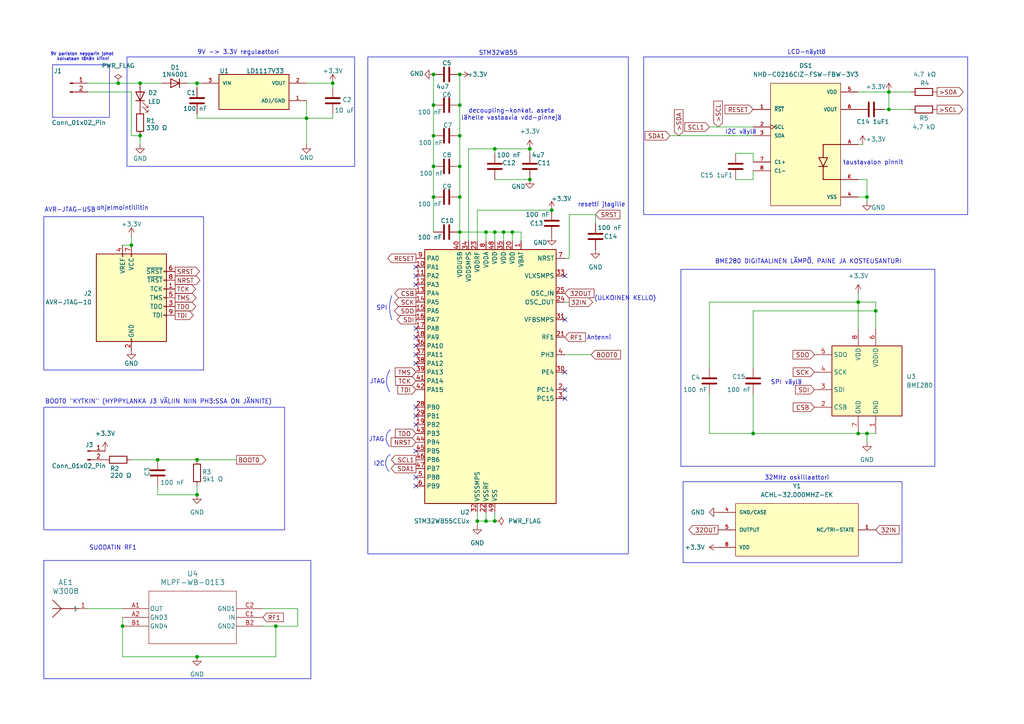
<source format=kicad_sch>
(kicad_sch (version 20231120) (generator "eeschema") (generator_version "8.0")
  (paper "A4")
  (title_block (title "STM32WB55 KEVÄT24 PROJEKTI") (rev "0.1"))
  (lib_symbols
    (symbol "2024-03-28_13-08-45:W3008" (pin_names (offset 0.254))
      (property "Reference" "AE" (at 2.2606 6.985 0))
      (property "Value" "W3008" (at 2.2606 3.175 0))
      (symbol "W3008_0_1"
        (polyline (pts (xy -2.54 10.16) (xy 0 7.62)) (stroke (width 0.2032)))
        (polyline (pts (xy 0 7.62) (xy 0 2.54)) (stroke (width 0.2032)))
        (polyline (pts (xy 0 7.62) (xy 2.54 10.16)) (stroke (width 0.2032)))
        (polyline (pts (xy 0 10.16) (xy 0 7.62)) (stroke (width 0.2032)))
        (pin unspecified line (at 0 0 90) (length 2.54) (name "1") (number "1"))
      )
    )
    (symbol "ACHL-32.000MHZ-EK:ACHL-32.000MHZ-EK" (pin_names (offset 1.016))
      (property "Reference" "Y" (at -17.78 10.16 0))
      (property "Value" "ACHL-32.000MHZ-EK" (at -17.78 -10.16 0))
      (symbol "ACHL-32.000MHZ-EK_0_0"
        (rectangle (start -17.78 -7.62) (end 17.78 7.62) (stroke (width 0.1524)) (fill (type background)))
        (pin passive line (at -22.86 0 0) (length 5.08) (name "NC/TRI-STATE") (number "1"))
        (pin passive line (at 22.86 -5.08 180) (length 5.08) (name "GND/CASE") (number "4"))
        (pin output line (at 22.86 0 180) (length 5.08) (name "OUTPUT") (number "5"))
        (pin power_in line (at 22.86 5.08 180) (length 5.08) (name "VDD") (number "8"))
      )
    )
    (symbol "Connector:AVR-JTAG-10" (pin_names (offset 1.016))
      (property "Reference" "J" (at -8.89 13.97 0))
      (property "Value" "AVR-JTAG-10" (at 1.27 13.97 0))
      (symbol "AVR-JTAG-10_0_1"
        (rectangle (start -2.667 12.7) (end -2.413 11.938))
        (rectangle (start -0.127 -11.938) (end 0.127 -12.7))
        (rectangle (start -0.127 12.7) (end 0.127 11.938))
        (rectangle (start 10.16 -4.953) (end 9.398 -5.207))
        (rectangle (start 10.16 -2.413) (end 9.398 -2.667))
        (rectangle (start 10.16 0.127) (end 9.398 -0.127))
        (rectangle (start 10.16 2.667) (end 9.398 2.413))
        (rectangle (start 10.16 5.207) (end 9.398 4.953))
        (rectangle (start 10.16 7.747) (end 9.398 7.493))
        (rectangle (start 10.16 12.7) (end -10.16 -12.7) (stroke (width 0.254)) (fill (type background)))
      )
      (symbol "AVR-JTAG-10_1_1"
        (pin passive line (at 12.7 2.54 180) (length 2.54) (name "TCK") (number "1"))
        (pin passive line (at 0 -15.24 90) (length 2.54) hide (name "GND") (number "10"))
        (pin passive line (at 0 -15.24 90) (length 2.54) (name "GND") (number "2"))
        (pin passive line (at 12.7 -2.54 180) (length 2.54) (name "TDO") (number "3"))
        (pin passive line (at -2.54 15.24 270) (length 2.54) (name "VREF") (number "4"))
        (pin passive line (at 12.7 0 180) (length 2.54) (name "TMS") (number "5"))
        (pin passive line (at 12.7 7.62 180) (length 2.54) (name "~{SRST}") (number "6"))
        (pin passive line (at 0 15.24 270) (length 2.54) (name "VCC") (number "7"))
        (pin passive line (at 12.7 5.08 180) (length 2.54) (name "~{TRST}") (number "8"))
        (pin passive line (at 12.7 -5.08 180) (length 2.54) (name "TDI") (number "9"))
      )
    )
    (symbol "Connector:Conn_01x02_Pin" (pin_names (offset 1.016) hide)
      (property "Reference" "J" (at 0 2.54 0))
      (property "Value" "Conn_01x02_Pin" (at 0 -5.08 0))
      (symbol "Conn_01x02_Pin_1_1"
        (polyline (pts (xy 1.27 -2.54) (xy 0.8636 -2.54)) (stroke (width 0.1524)))
        (polyline (pts (xy 1.27 0) (xy 0.8636 0)) (stroke (width 0.1524)))
        (rectangle (start 0.8636 -2.413) (end 0 -2.667) (stroke (width 0.1524)) (fill (type outline)))
        (rectangle (start 0.8636 0.127) (end 0 -0.127) (stroke (width 0.1524)) (fill (type outline)))
        (pin passive line (at 5.08 0 180) (length 3.81) (name "Pin_1") (number "1"))
        (pin passive line (at 5.08 -2.54 180) (length 3.81) (name "Pin_2") (number "2"))
      )
    )
    (symbol "Device:C" (pin_numbers hide) (pin_names (offset 0.254))
      (property "Reference" "C" (at 0.635 2.54 0))
      (property "Value" "C" (at 0.635 -2.54 0))
      (symbol "C_0_1"
        (polyline (pts (xy -2.032 -0.762) (xy 2.032 -0.762)) (stroke (width 0.508)))
        (polyline (pts (xy -2.032 0.762) (xy 2.032 0.762)) (stroke (width 0.508)))
      )
      (symbol "C_1_1"
        (pin passive line (at 0 3.81 270) (length 2.794) (name "~") (number "1"))
        (pin passive line (at 0 -3.81 90) (length 2.794) (name "~") (number "2"))
      )
    )
    (symbol "Device:LED" (pin_numbers hide) (pin_names (offset 1.016) hide)
      (property "Reference" "D" (at 0 2.54 0))
      (property "Value" "LED" (at 0 -2.54 0))
      (symbol "LED_0_1"
        (polyline (pts (xy -1.27 -1.27) (xy -1.27 1.27)) (stroke (width 0.254)))
        (polyline (pts (xy -1.27 0) (xy 1.27 0)))
        (polyline (pts (xy 1.27 -1.27) (xy 1.27 1.27) (xy -1.27 0) (xy 1.27 -1.27)) (stroke (width 0.254)))
        (polyline (pts (xy -3.048 -0.762) (xy -4.572 -2.286) (xy -3.81 -2.286) (xy -4.572 -2.286) (xy -4.572 -1.524)))
        (polyline (pts (xy -1.778 -0.762) (xy -3.302 -2.286) (xy -2.54 -2.286) (xy -3.302 -2.286) (xy -3.302 -1.524)))
      )
      (symbol "LED_1_1"
        (pin passive line (at -3.81 0 0) (length 2.54) (name "K") (number "1"))
        (pin passive line (at 3.81 0 180) (length 2.54) (name "A") (number "2"))
      )
    )
    (symbol "Device:R" (pin_numbers hide) (pin_names (offset 0))
      (property "Reference" "R" (at 2.032 0 90))
      (property "Value" "R" (at 0 0 90))
      (symbol "R_0_1"
        (rectangle (start -1.016 -2.54) (end 1.016 2.54) (stroke (width 0.254)))
      )
      (symbol "R_1_1"
        (pin passive line (at 0 3.81 270) (length 1.27) (name "~") (number "1"))
        (pin passive line (at 0 -3.81 90) (length 1.27) (name "~") (number "2"))
      )
    )
    (symbol "Diode:1N4001" (pin_numbers hide) (pin_names hide)
      (property "Reference" "D" (at 0 2.54 0))
      (property "Value" "1N4001" (at 0 -2.54 0))
      (symbol "1N4001_0_1"
        (polyline (pts (xy -1.27 1.27) (xy -1.27 -1.27)) (stroke (width 0.254)))
        (polyline (pts (xy 1.27 0) (xy -1.27 0)))
        (polyline (pts (xy 1.27 1.27) (xy 1.27 -1.27) (xy -1.27 0) (xy 1.27 1.27)) (stroke (width 0.254)))
      )
      (symbol "1N4001_1_1"
        (pin passive line (at -3.81 0 0) (length 2.54) (name "K") (number "1"))
        (pin passive line (at 3.81 0 180) (length 2.54) (name "A") (number "2"))
      )
    )
    (symbol "LD1117V33:LD1117V33" (pin_names (offset 1.016))
      (property "Reference" "U1" (at -8.636 6.096 0))
      (property "Value" "LD1117V33" (at 3.302 6.096 0))
      (symbol "LD1117V33_0_0"
        (rectangle (start -10.16 -5.08) (end 10.16 5.08) (stroke (width 0.254)) (fill (type background)))
        (pin passive line (at 15.24 -2.54 180) (length 5.08) (name "ADJ/GND") (number "1"))
        (pin input line (at -15.24 2.54 0) (length 5.08) (name "VIN") (number "3"))
      )
      (symbol "LD1117V33_1_0"
        (pin output line (at 15.24 2.54 180) (length 5.08) (name "VOUT") (number "2"))
      )
    )
    (symbol "MCU_ST_STM32WB:STM32WB55CEUx"
      (property "Reference" "U" (at -17.78 39.37 0))
      (property "Value" "STM32WB55CEUx" (at 12.7 39.37 0))
      (symbol "STM32WB55CEUx_0_1"
        (rectangle (start -17.78 -35.56) (end 20.32 38.1) (stroke (width 0.254)) (fill (type background)))
      )
      (symbol "STM32WB55CEUx_1_1"
        (pin power_in line (at -7.62 40.64 270) (length 2.54) (name "VBAT") (number "1"))
        (pin bidirectional line (at 22.86 33.02 180) (length 2.54) (name "PA1") (number "10"))
        (pin bidirectional line (at 22.86 30.48 180) (length 2.54) (name "PA2") (number "11"))
        (pin bidirectional line (at 22.86 27.94 180) (length 2.54) (name "PA3") (number "12"))
        (pin bidirectional line (at 22.86 25.4 180) (length 2.54) (name "PA4") (number "13"))
        (pin bidirectional line (at 22.86 22.86 180) (length 2.54) (name "PA5") (number "14"))
        (pin bidirectional line (at 22.86 20.32 180) (length 2.54) (name "PA6") (number "15"))
        (pin bidirectional line (at 22.86 17.78 180) (length 2.54) (name "PA7") (number "16"))
        (pin bidirectional line (at 22.86 15.24 180) (length 2.54) (name "PA8") (number "17"))
        (pin bidirectional line (at 22.86 12.7 180) (length 2.54) (name "PA9") (number "18"))
        (pin bidirectional line (at 22.86 -12.7 180) (length 2.54) (name "PB2") (number "19"))
        (pin bidirectional line (at -20.32 -2.54 0) (length 2.54) (name "PC14") (number "2"))
        (pin power_in line (at -5.08 40.64 270) (length 2.54) (name "VDD") (number "20"))
        (pin bidirectional line (at -20.32 12.7 0) (length 2.54) (name "RF1") (number "21"))
        (pin power_in line (at 2.54 -38.1 90) (length 2.54) (name "VSSRF") (number "22"))
        (pin power_in line (at 5.08 40.64 270) (length 2.54) (name "VDDRF") (number "23"))
        (pin input line (at -20.32 22.86 0) (length 2.54) (name "OSC_OUT") (number "24"))
        (pin input line (at -20.32 25.4 0) (length 2.54) (name "OSC_IN") (number "25"))
        (pin no_connect line (at -17.78 -35.56 0) (length 2.54) hide (name "AT0") (number "26"))
        (pin no_connect line (at -17.78 -33.02 0) (length 2.54) hide (name "AT1") (number "27"))
        (pin bidirectional line (at 22.86 -7.62 180) (length 2.54) (name "PB0") (number "28"))
        (pin bidirectional line (at 22.86 -10.16 180) (length 2.54) (name "PB1") (number "29"))
        (pin bidirectional line (at -20.32 -5.08 0) (length 2.54) (name "PC15") (number "3"))
        (pin bidirectional line (at -20.32 2.54 0) (length 2.54) (name "PE4") (number "30"))
        (pin input line (at -20.32 17.78 0) (length 2.54) (name "VFBSMPS") (number "31"))
        (pin power_in line (at 5.08 -38.1 90) (length 2.54) (name "VSSSMPS") (number "32"))
        (pin power_in line (at -20.32 30.48 0) (length 2.54) (name "VLXSMPS") (number "33"))
        (pin power_in line (at 7.62 40.64 270) (length 2.54) (name "VDDSMPS") (number "34"))
        (pin power_in line (at -2.54 40.64 270) (length 2.54) (name "VDD") (number "35"))
        (pin bidirectional line (at 22.86 10.16 180) (length 2.54) (name "PA10") (number "36"))
        (pin bidirectional line (at 22.86 7.62 180) (length 2.54) (name "PA11") (number "37"))
        (pin bidirectional line (at 22.86 5.08 180) (length 2.54) (name "PA12") (number "38"))
        (pin bidirectional line (at 22.86 2.54 180) (length 2.54) (name "PA13") (number "39"))
        (pin bidirectional line (at -20.32 7.62 0) (length 2.54) (name "PH3") (number "4"))
        (pin power_in line (at 10.16 40.64 270) (length 2.54) (name "VDDUSB") (number "40"))
        (pin bidirectional line (at 22.86 0 180) (length 2.54) (name "PA14") (number "41"))
        (pin bidirectional line (at 22.86 -2.54 180) (length 2.54) (name "PA15") (number "42"))
        (pin bidirectional line (at 22.86 -15.24 180) (length 2.54) (name "PB3") (number "43"))
        (pin bidirectional line (at 22.86 -17.78 180) (length 2.54) (name "PB4") (number "44"))
        (pin bidirectional line (at 22.86 -20.32 180) (length 2.54) (name "PB5") (number "45"))
        (pin bidirectional line (at 22.86 -22.86 180) (length 2.54) (name "PB6") (number "46"))
        (pin bidirectional line (at 22.86 -25.4 180) (length 2.54) (name "PB7") (number "47"))
        (pin power_in line (at 0 40.64 270) (length 2.54) (name "VDD") (number "48"))
        (pin power_in line (at 0 -38.1 90) (length 2.54) (name "VSS") (number "49"))
        (pin bidirectional line (at 22.86 -27.94 180) (length 2.54) (name "PB8") (number "5"))
        (pin bidirectional line (at 22.86 -30.48 180) (length 2.54) (name "PB9") (number "6"))
        (pin input line (at -20.32 35.56 0) (length 2.54) (name "NRST") (number "7"))
        (pin power_in line (at 2.54 40.64 270) (length 2.54) (name "VDDA") (number "8"))
        (pin bidirectional line (at 22.86 35.56 180) (length 2.54) (name "PA0") (number "9"))
      )
    )
    (symbol "MLF:MLPF-WB-01E3" (pin_names (offset 0.254))
      (property "Reference" "U4" (at 20.32 10.16 0))
      (property "Value" "MLPF-WB-01E3" (at 20.32 7.62 0))
      (symbol "MLPF-WB-01E3_0_1"
        (polyline (pts (xy 7.62 -10.16) (xy 33.02 -10.16)) (stroke (width 0.127)))
        (polyline (pts (xy 7.62 5.08) (xy 7.62 -10.16)) (stroke (width 0.127)))
        (polyline (pts (xy 33.02 -10.16) (xy 33.02 5.08)) (stroke (width 0.127)))
        (polyline (pts (xy 33.02 5.08) (xy 7.62 5.08)) (stroke (width 0.127)))
        (pin output line (at 0 0 0) (length 7.62) (name "OUT") (number "A1"))
        (pin power_out line (at 0 -2.54 0) (length 7.62) (name "GND3") (number "A2"))
        (pin power_out line (at 0 -5.08 0) (length 7.62) (name "GND4") (number "B1"))
        (pin power_out line (at 40.64 -5.08 180) (length 7.62) (name "GND2") (number "B2"))
        (pin input line (at 40.64 -2.54 180) (length 7.62) (name "IN") (number "C1"))
        (pin power_out line (at 40.64 0 180) (length 7.62) (name "GND1") (number "C2"))
      )
    )
    (symbol "NHD-C0216CIZ-FSW-FBW-3V3:NHD-C0216CIZ-FSW-FBW-3V3" (pin_names (offset 1.016))
      (property "Reference" "DS" (at -10.16 18.542 0))
      (property "Value" "NHD-C0216CIZ-FSW-FBW-3V3" (at -10.16 -20.32 0))
      (symbol "NHD-C0216CIZ-FSW-FBW-3V3_0_0"
        (rectangle (start -10.16 -17.78) (end 10.16 17.78) (stroke (width 0.1524)) (fill (type background)))
        (polyline (pts (xy 3.81 -6.35) (xy 5.08 -6.35)) (stroke (width 0.254)))
        (polyline (pts (xy 3.81 -3.81) (xy 5.08 -3.81)) (stroke (width 0.254)))
        (polyline (pts (xy 5.08 -10.16) (xy 10.16 -10.16)) (stroke (width 0.254)))
        (polyline (pts (xy 5.08 -6.35) (xy 3.81 -3.81)) (stroke (width 0.254)))
        (polyline (pts (xy 5.08 -6.35) (xy 5.08 -10.16)) (stroke (width 0.254)))
        (polyline (pts (xy 5.08 -6.35) (xy 6.35 -6.35)) (stroke (width 0.254)))
        (polyline (pts (xy 5.08 -3.81) (xy 6.35 -3.81)) (stroke (width 0.254)))
        (polyline (pts (xy 5.08 0) (xy 5.08 -3.81)) (stroke (width 0.254)))
        (polyline (pts (xy 6.35 -3.81) (xy 5.08 -6.35)) (stroke (width 0.254)))
        (polyline (pts (xy 10.16 0) (xy 5.08 0)) (stroke (width 0.254)))
        (pin input line (at -15.24 10.16 0) (length 5.08) (name "~{RST}") (number "1"))
        (pin input clock (at -15.24 5.08 0) (length 5.08) (name "SCL") (number "2"))
        (pin bidirectional line (at -15.24 2.54 0) (length 5.08) (name "SDA") (number "3"))
        (pin power_in line (at 15.24 -15.24 180) (length 5.08) (name "VSS") (number "4"))
        (pin power_in line (at 15.24 15.24 180) (length 5.08) (name "VDD") (number "5"))
        (pin output line (at 15.24 10.16 180) (length 5.08) (name "VOUT") (number "6"))
        (pin passive line (at -15.24 -5.08 0) (length 5.08) (name "C1+") (number "7"))
        (pin passive line (at -15.24 -7.62 0) (length 5.08) (name "C1-") (number "8"))
        (pin passive line (at 15.24 0 180) (length 5.08) (name "~") (number "A"))
        (pin passive line (at 15.24 -10.16 180) (length 5.08) (name "~") (number "K"))
      )
    )
    (symbol "Sensor:BME280"
      (property "Reference" "U" (at -8.89 11.43 0))
      (property "Value" "BME280" (at 7.62 11.43 0))
      (symbol "BME280_0_1"
        (rectangle (start -10.16 10.16) (end 10.16 -10.16) (stroke (width 0.254)) (fill (type background)))
      )
      (symbol "BME280_1_1"
        (pin power_in line (at -2.54 -15.24 90) (length 5.08) (name "GND") (number "1"))
        (pin input line (at 15.24 -7.62 180) (length 5.08) (name "CSB") (number "2"))
        (pin bidirectional line (at 15.24 -2.54 180) (length 5.08) (name "SDI") (number "3"))
        (pin input line (at 15.24 2.54 180) (length 5.08) (name "SCK") (number "4"))
        (pin bidirectional line (at 15.24 7.62 180) (length 5.08) (name "SDO") (number "5"))
        (pin power_in line (at -2.54 15.24 270) (length 5.08) (name "VDDIO") (number "6"))
        (pin power_in line (at 2.54 -15.24 90) (length 5.08) (name "GND") (number "7"))
        (pin power_in line (at 2.54 15.24 270) (length 5.08) (name "VDD") (number "8"))
      )
    )
    (symbol "power:+3.3V" (power) (pin_numbers hide) (pin_names (offset 0) hide)
      (property "Value" "+3.3V" (at 0 3.556 0))
      (symbol "+3.3V_0_1"
        (polyline (pts (xy -0.762 1.27) (xy 0 2.54)))
        (polyline (pts (xy 0 0) (xy 0 2.54)))
        (polyline (pts (xy 0 2.54) (xy 0.762 1.27)))
      )
      (symbol "+3.3V_1_1"
        (pin power_in line (at 0 0 90) (length 0) (name "~") (number "1"))
      )
    )
    (symbol "power:GND" (power) (pin_numbers hide) (pin_names (offset 0) hide)
      (property "Value" "GND" (at 0 -3.81 0))
      (symbol "GND_0_1"
        (polyline (pts (xy 0 0) (xy 0 -1.27) (xy 1.27 -1.27) (xy 0 -2.54) (xy -1.27 -1.27) (xy 0 -1.27)))
      )
      (symbol "GND_1_1"
        (pin power_in line (at 0 0 270) (length 0) (name "~") (number "1"))
      )
    )
    (symbol "power:PWR_FLAG" (power) (pin_numbers hide) (pin_names (offset 0) hide)
      (property "Value" "PWR_FLAG" (at 0 3.81 0))
      (symbol "PWR_FLAG_0_0"
        (pin power_out line (at 0 0 90) (length 0) (name "~") (number "1"))
      )
      (symbol "PWR_FLAG_0_1"
        (polyline (pts (xy 0 0) (xy 0 1.27) (xy -1.016 1.905) (xy 0 2.54) (xy 1.016 1.905) (xy 0 1.27)))
      )
    )
  )
  (junction (at 254 90.17))
  (junction (at 148.59 67.31))
  (junction (at 45.72 133.35))
  (junction (at 257.81 26.67))
  (junction (at 257.81 31.75))
  (junction (at 125.73 48.26))
  (junction (at 133.35 67.31))
  (junction (at 125.73 39.37))
  (junction (at 140.97 67.31))
  (junction (at 57.15 24.13))
  (junction (at 40.64 39.37))
  (junction (at 248.92 125.73))
  (junction (at 125.73 21.59))
  (junction (at 125.73 30.48))
  (junction (at 251.46 125.73))
  (junction (at 153.67 52.07))
  (junction (at 143.51 151.13))
  (junction (at 248.92 87.63))
  (junction (at 160.02 60.96))
  (junction (at 140.97 151.13))
  (junction (at 57.15 190.5))
  (junction (at 251.46 57.15))
  (junction (at 133.35 48.26))
  (junction (at 143.51 67.31))
  (junction (at 146.05 67.31))
  (junction (at 40.64 24.13))
  (junction (at 38.1 71.12))
  (junction (at 57.15 133.35))
  (junction (at 143.51 43.18))
  (junction (at 96.52 24.13))
  (junction (at 218.44 125.73))
  (junction (at 133.35 21.59))
  (junction (at 125.73 57.15))
  (junction (at 34.29 24.13))
  (junction (at 138.43 151.13))
  (junction (at 35.56 181.61))
  (junction (at 88.9 34.29))
  (junction (at 133.35 30.48))
  (junction (at 153.67 43.18))
  (junction (at 133.35 39.37))
  (junction (at 133.35 57.15))
  (junction (at 80.01 181.61))
  (junction (at 57.15 143.51))
  (no_connect (at 120.65 105.41))
  (no_connect (at 120.65 77.47))
  (no_connect (at 120.65 118.11))
  (no_connect (at 163.83 107.95))
  (no_connect (at 120.65 97.79))
  (no_connect (at 120.65 82.55))
  (no_connect (at 120.65 100.33))
  (no_connect (at 120.65 138.43))
  (no_connect (at 163.83 113.03))
  (no_connect (at 120.65 95.25))
  (no_connect (at 120.65 120.65))
  (no_connect (at 163.83 115.57))
  (no_connect (at 120.65 80.01))
  (no_connect (at 163.83 80.01))
  (no_connect (at 120.65 140.97))
  (no_connect (at 120.65 102.87))
  (no_connect (at 163.83 92.71))
  (no_connect (at 120.65 130.81))
  (no_connect (at 120.65 123.19))
  (wire (pts (xy 257.81 31.75) (xy 264.16 31.75)))
  (wire (pts (xy 251.46 52.07) (xy 248.92 52.07)))
  (wire (pts (xy 218.44 52.07) (xy 213.36 52.07)))
  (wire (pts (xy 57.15 24.13) (xy 57.15 25.4)))
  (wire (pts (xy 57.15 133.35) (xy 68.58 133.35)))
  (wire (pts (xy 45.72 133.35) (xy 57.15 133.35)))
  (wire (pts (xy 135.89 43.18) (xy 143.51 43.18)))
  (wire (pts (xy 205.74 87.63) (xy 205.74 106.68)))
  (wire (pts (xy 54.61 24.13) (xy 57.15 24.13)))
  (wire (pts (xy 254 90.17) (xy 218.44 90.17)))
  (wire (pts (xy 25.4 26.67) (xy 38.1 26.67)))
  (wire (pts (xy 138.43 148.59) (xy 138.43 151.13)))
  (wire (pts (xy 248.92 26.67) (xy 257.81 26.67)))
  (wire (pts (xy 143.51 43.18) (xy 143.51 44.45)))
  (wire (pts (xy 194.31 39.37) (xy 218.44 39.37)))
  (wire (pts (xy 143.51 67.31) (xy 146.05 67.31)))
  (wire (pts (xy 88.9 34.29) (xy 88.9 29.21)))
  (wire (pts (xy 125.73 39.37) (xy 125.73 48.26)))
  (wire (pts (xy 45.72 143.51) (xy 45.72 140.97)))
  (wire (pts (xy 248.92 57.15) (xy 251.46 57.15)))
  (wire (pts (xy 57.15 33.02) (xy 57.15 34.29)))
  (wire (pts (xy 205.74 87.63) (xy 248.92 87.63)))
  (wire (pts (xy 148.59 67.31) (xy 151.13 67.31)))
  (wire (pts (xy 218.44 125.73) (xy 205.74 125.73)))
  (wire (pts (xy 148.59 67.31) (xy 148.59 69.85)))
  (wire (pts (xy 25.4 176.53) (xy 35.56 176.53)))
  (wire (pts (xy 86.36 176.53) (xy 86.36 181.61)))
  (wire (pts (xy 40.64 39.37) (xy 40.64 41.91)))
  (wire (pts (xy 133.35 39.37) (xy 133.35 48.26)))
  (wire (pts (xy 125.73 57.15) (xy 125.73 67.31)))
  (wire (pts (xy 86.36 181.61) (xy 80.01 181.61)))
  (wire (pts (xy 138.43 151.13) (xy 140.97 151.13)))
  (wire (pts (xy 251.46 125.73) (xy 254 125.73)))
  (wire (pts (xy 57.15 24.13) (xy 58.42 24.13)))
  (wire (pts (xy 35.56 179.07) (xy 35.56 181.61)))
  (wire (pts (xy 76.2 176.53) (xy 86.36 176.53)))
  (wire (pts (xy 257.81 31.75) (xy 256.54 31.75)))
  (wire (pts (xy 248.92 87.63) (xy 248.92 95.25)))
  (wire (pts (xy 172.72 62.23) (xy 172.72 64.77)))
  (wire (pts (xy 96.52 33.02) (xy 96.52 34.29)))
  (wire (pts (xy 38.1 133.35) (xy 45.72 133.35)))
  (wire (pts (xy 80.01 181.61) (xy 76.2 181.61)))
  (wire (pts (xy 257.81 26.67) (xy 264.16 26.67)))
  (wire (pts (xy 96.52 25.4) (xy 96.52 24.13)))
  (wire (pts (xy 151.13 67.31) (xy 151.13 69.85)))
  (wire (pts (xy 153.67 52.07) (xy 143.51 52.07)))
  (wire (pts (xy 133.35 30.48) (xy 133.35 39.37)))
  (wire (pts (xy 125.73 48.26) (xy 125.73 57.15)))
  (wire (pts (xy 125.73 21.59) (xy 125.73 30.48)))
  (wire (pts (xy 140.97 148.59) (xy 140.97 151.13)))
  (wire (pts (xy 133.35 21.59) (xy 133.35 30.48)))
  (wire (pts (xy 218.44 44.45) (xy 218.44 46.99)))
  (wire (pts (xy 57.15 143.51) (xy 45.72 143.51)))
  (wire (pts (xy 135.89 43.18) (xy 135.89 69.85)))
  (wire (pts (xy 248.92 41.91) (xy 250.19 41.91)))
  (wire (pts (xy 248.92 125.73) (xy 251.46 125.73)))
  (wire (pts (xy 143.51 67.31) (xy 143.51 69.85)))
  (wire (pts (xy 133.35 48.26) (xy 133.35 57.15)))
  (wire (pts (xy 138.43 60.96) (xy 160.02 60.96)))
  (wire (pts (xy 133.35 67.31) (xy 140.97 67.31)))
  (wire (pts (xy 88.9 24.13) (xy 96.52 24.13)))
  (wire (pts (xy 80.01 190.5) (xy 80.01 181.61)))
  (wire (pts (xy 205.74 125.73) (xy 205.74 114.3)))
  (wire (pts (xy 248.92 125.73) (xy 218.44 125.73)))
  (wire (pts (xy 165.1 87.63) (xy 163.83 87.63)))
  (wire (pts (xy 251.46 57.15) (xy 251.46 58.42)))
  (wire (pts (xy 35.56 190.5) (xy 57.15 190.5)))
  (wire (pts (xy 35.56 71.12) (xy 38.1 71.12)))
  (wire (pts (xy 213.36 44.45) (xy 218.44 44.45)))
  (wire (pts (xy 165.1 62.23) (xy 172.72 62.23)))
  (wire (pts (xy 38.1 68.58) (xy 38.1 71.12)))
  (wire (pts (xy 218.44 114.3) (xy 218.44 125.73)))
  (wire (pts (xy 140.97 67.31) (xy 140.97 69.85)))
  (wire (pts (xy 57.15 190.5) (xy 80.01 190.5)))
  (wire (pts (xy 254 87.63) (xy 254 90.17)))
  (wire (pts (xy 88.9 34.29) (xy 88.9 41.91)))
  (wire (pts (xy 35.56 181.61) (xy 35.56 190.5)))
  (wire (pts (xy 146.05 67.31) (xy 148.59 67.31)))
  (wire (pts (xy 38.1 39.37) (xy 40.64 39.37)))
  (wire (pts (xy 140.97 67.31) (xy 143.51 67.31)))
  (wire (pts (xy 133.35 67.31) (xy 133.35 69.85)))
  (wire (pts (xy 153.67 44.45) (xy 153.67 43.18)))
  (wire (pts (xy 218.44 49.53) (xy 218.44 52.07)))
  (wire (pts (xy 40.64 24.13) (xy 46.99 24.13)))
  (wire (pts (xy 138.43 60.96) (xy 138.43 69.85)))
  (wire (pts (xy 96.52 34.29) (xy 88.9 34.29)))
  (wire (pts (xy 248.92 87.63) (xy 254 87.63)))
  (wire (pts (xy 153.67 43.18) (xy 143.51 43.18)))
  (wire (pts (xy 138.43 151.13) (xy 138.43 152.4)))
  (wire (pts (xy 57.15 140.97) (xy 57.15 143.51)))
  (wire (pts (xy 165.1 74.93) (xy 165.1 62.23)))
  (wire (pts (xy 146.05 67.31) (xy 146.05 69.85)))
  (wire (pts (xy 254 90.17) (xy 254 95.25)))
  (wire (pts (xy 257.81 26.67) (xy 257.81 31.75)))
  (wire (pts (xy 133.35 57.15) (xy 133.35 67.31)))
  (wire (pts (xy 163.83 102.87) (xy 171.45 102.87)))
  (wire (pts (xy 38.1 26.67) (xy 38.1 39.37)))
  (wire (pts (xy 163.83 74.93) (xy 165.1 74.93)))
  (wire (pts (xy 248.92 85.09) (xy 248.92 87.63)))
  (wire (pts (xy 140.97 151.13) (xy 143.51 151.13)))
  (wire (pts (xy 125.73 30.48) (xy 125.73 39.37)))
  (wire (pts (xy 57.15 34.29) (xy 88.9 34.29)))
  (wire (pts (xy 25.4 24.13) (xy 34.29 24.13)))
  (wire (pts (xy 143.51 148.59) (xy 143.51 151.13)))
  (wire (pts (xy 251.46 125.73) (xy 251.46 128.27)))
  (wire (pts (xy 218.44 90.17) (xy 218.44 106.68)))
  (wire (pts (xy 205.74 36.83) (xy 218.44 36.83)))
  (wire (pts (xy 251.46 57.15) (xy 251.46 52.07)))
  (wire (pts (xy 34.29 24.13) (xy 40.64 24.13)))
  (rectangle (start 12.7 118.11) (end 82.55 153.67))
  (arc (start 112.882 136.736) (mid 111.8463 134.1999) (end 113.136 131.783))
  (arc (start 113.03 113.665) (mid 112.1087 110.49) (end 113.03 107.315))
  (rectangle (start 186.69 16.51) (end 280.67 62.23))
  (rectangle (start 12.7 162.56) (end 90.17 196.85))
  (arc (start 113.03 129.54) (mid 111.9941 127.0043) (end 113.284 124.587))
  (arc (start 113.665 92.71) (mid 113.016 89.2175) (end 113.665 85.725))
  (rectangle (start 12.7 62.865) (end 59.055 107.315))
  (rectangle (start 198.12 139.7) (end 261.62 163.195))
  (rectangle (start 15.24 18.796) (end 31.75 34.036))
  (rectangle (start 106.68 16.51) (end 182.245 160.655))
  (rectangle (start 36.83 16.51) (end 102.87 48.26))
  (rectangle (start 197.485 78.105) (end 271.145 135.255))
  (text "BME280 DIGITAALINEN LÄMPÖ, PAINE JA KOSTEUSANTURI\n" (at 234.442 75.946 0) (effects (font (size 1.27 1.27))))
  (text "STM32WB55\n" (at 144.526 15.494 0) (effects (font (size 1.27 1.27))))
  (text "Antenni" (at 173.736 98.044 0) (effects (font (size 1.27 1.27))))
  (text "resetti jtagille" (at 174.498 59.436 0) (effects (font (size 1.27 1.27))))
  (text "I2C väylä" (at 214.884 38.354 0) (effects (font (size 1.27 1.27))))
  (text "decoupling-konkat. aseta\nlähelle vastaavia vdd-pinnejä\n" (at 148.336 33.274 0) (effects (font (size 1.27 1.27))))
  (text "9V pariston nepparin johot \nkolvataan tähän kiinni" (at 24.13 16.51 0) (effects (font (size 0.889 0.889))))
  (text "BOOT0 \"KYTKIN\" (HYPPYLANKA J3 VÄLIIN NIIN PH3:SSA ON JÄNNITE)" (at 45.974 116.586 0) (effects (font (size 1.27 1.27))))
  (text "9V -> 3.3V regulaattori" (at 69.088 15.24 0) (effects (font (size 1.27 1.27))))
  (text "JTAG\n" (at 109.474 110.744 0) (effects (font (size 1.27 1.27))))
  (text "32MHz oskillaattori" (at 231.14 138.684 0) (effects (font (size 1.27 1.27))))
  (text "AVR-JTAG-USB" (at 20.32 60.96 0) (effects (font (size 1.27 1.27))))
  (text "JTAG\n" (at 109.22 127.508 0) (effects (font (size 1.27 1.27))))
  (text "I2C" (at 109.982 134.62 0) (effects (font (size 1.27 1.27))))
  (text "SUODATIN RF1\n\n" (at 32.766 160.02 0) (effects (font (size 1.27 1.27))))
  (text "(ULKOINEN KELLO)\n" (at 181.356 86.614 0) (effects (font (size 1.27 1.27))))
  (text "LCD-näyttö\n" (at 233.934 15.24 0) (effects (font (size 1.27 1.27))))
  (text "taustavalon pinnit" (at 253.238 47.244 0) (effects (font (size 1.27 1.27))))
  (text "ohjelmointiliitin" (at 35.56 60.452 0) (effects (font (size 1.27 1.27))))
  (text "SPI väylä\n" (at 228.092 110.998 0) (effects (font (size 1.27 1.27))))
  (text "SPI\n" (at 110.744 89.408 0) (effects (font (size 1.27 1.27))))
  (global_label "SCL1" (shape input) (at 205.74 36.83 180) (property "Intersheetrefs" "${INTERSHEET_REFS}" (effects (hide yes))))
  (global_label "RF1" (shape input) (at 76.2 179.07 0) (property "Intersheetrefs" "${INTERSHEET_REFS}" (effects (hide yes))))
  (global_label "SDI" (shape output) (at 120.65 92.71 180) (property "Intersheetrefs" "${INTERSHEET_REFS}" (effects (hide yes))))
  (global_label "RESET" (shape input) (at 218.44 31.75 180) (property "Intersheetrefs" "${INTERSHEET_REFS}" (effects (hide yes))))
  (global_label "SCK" (shape input) (at 236.22 107.95 180) (property "Intersheetrefs" "${INTERSHEET_REFS}" (effects (hide yes))))
  (global_label "SDA1" (shape output) (at 120.65 135.89 180) (property "Intersheetrefs" "${INTERSHEET_REFS}" (effects (hide yes))))
  (global_label "TCK" (shape input) (at 120.65 110.49 180) (property "Intersheetrefs" "${INTERSHEET_REFS}" (effects (hide yes))))
  (global_label "32OUT" (shape input) (at 163.83 85.09 0) (property "Intersheetrefs" "${INTERSHEET_REFS}" (effects (hide yes))))
  (global_label "TDO" (shape output) (at 50.8 88.9 0) (property "Intersheetrefs" "${INTERSHEET_REFS}" (effects (hide yes))))
  (global_label ">SCL" (shape input) (at 208.28 36.83 90) (property "Intersheetrefs" "${INTERSHEET_REFS}" (effects (hide yes))))
  (global_label "RF1" (shape input) (at 163.83 97.79 0) (property "Intersheetrefs" "${INTERSHEET_REFS}" (effects (hide yes))))
  (global_label ">SCL" (shape output) (at 271.78 31.75 0) (property "Intersheetrefs" "${INTERSHEET_REFS}" (effects (hide yes))))
  (global_label "SRST" (shape input) (at 172.72 62.23 0) (property "Intersheetrefs" "${INTERSHEET_REFS}" (effects (hide yes))))
  (global_label "32OUT" (shape output) (at 208.28 153.67 180) (property "Intersheetrefs" "${INTERSHEET_REFS}" (effects (hide yes))))
  (global_label ">SDA" (shape output) (at 271.78 26.67 0) (property "Intersheetrefs" "${INTERSHEET_REFS}" (effects (hide yes))))
  (global_label ">SDA" (shape input) (at 196.85 39.37 90) (property "Intersheetrefs" "${INTERSHEET_REFS}" (effects (hide yes))))
  (global_label "RESET" (shape output) (at 120.65 74.93 180) (property "Intersheetrefs" "${INTERSHEET_REFS}" (effects (hide yes))))
  (global_label "BOOT0" (shape output) (at 68.58 133.35 0) (property "Intersheetrefs" "${INTERSHEET_REFS}" (effects (hide yes))))
  (global_label "SRST" (shape output) (at 50.8 78.74 0) (property "Intersheetrefs" "${INTERSHEET_REFS}" (effects (hide yes))))
  (global_label "32IN" (shape input) (at 254 153.67 0) (property "Intersheetrefs" "${INTERSHEET_REFS}" (effects (hide yes))))
  (global_label "NRST" (shape output) (at 50.8 81.28 0) (property "Intersheetrefs" "${INTERSHEET_REFS}" (effects (hide yes))))
  (global_label "NRST" (shape input) (at 120.65 128.27 180) (property "Intersheetrefs" "${INTERSHEET_REFS}" (effects (hide yes))))
  (global_label "TDO" (shape input) (at 120.65 125.73 180) (property "Intersheetrefs" "${INTERSHEET_REFS}" (effects (hide yes))))
  (global_label "SDO" (shape output) (at 120.65 90.17 180) (property "Intersheetrefs" "${INTERSHEET_REFS}" (effects (hide yes))))
  (global_label "TDI" (shape output) (at 50.8 91.44 0) (property "Intersheetrefs" "${INTERSHEET_REFS}" (effects (hide yes))))
  (global_label "SCL1" (shape output) (at 120.65 133.35 180) (property "Intersheetrefs" "${INTERSHEET_REFS}" (effects (hide yes))))
  (global_label "SDI" (shape input) (at 236.22 113.03 180) (property "Intersheetrefs" "${INTERSHEET_REFS}" (effects (hide yes))))
  (global_label "CSB" (shape input) (at 236.22 118.11 180) (property "Intersheetrefs" "${INTERSHEET_REFS}" (effects (hide yes))))
  (global_label "CSB" (shape output) (at 120.65 85.09 180) (property "Intersheetrefs" "${INTERSHEET_REFS}" (effects (hide yes))))
  (global_label "TMS" (shape output) (at 50.8 86.36 0) (property "Intersheetrefs" "${INTERSHEET_REFS}" (effects (hide yes))))
  (global_label "SCK" (shape output) (at 120.65 87.63 180) (property "Intersheetrefs" "${INTERSHEET_REFS}" (effects (hide yes))))
  (global_label "TCK" (shape output) (at 50.8 83.82 0) (property "Intersheetrefs" "${INTERSHEET_REFS}" (effects (hide yes))))
  (global_label "TMS" (shape input) (at 120.65 107.95 180) (property "Intersheetrefs" "${INTERSHEET_REFS}" (effects (hide yes))))
  (global_label "BOOT0" (shape input) (at 171.45 102.87 0) (property "Intersheetrefs" "${INTERSHEET_REFS}" (effects (hide yes))))
  (global_label "32IN" (shape output) (at 165.1 87.63 0) (property "Intersheetrefs" "${INTERSHEET_REFS}" (effects (hide yes))))
  (global_label "SDA1" (shape input) (at 194.31 39.37 180) (property "Intersheetrefs" "${INTERSHEET_REFS}" (effects (hide yes))))
  (global_label "SDO" (shape input) (at 236.22 102.87 180) (property "Intersheetrefs" "${INTERSHEET_REFS}" (effects (hide yes))))
  (global_label "TDI" (shape input) (at 120.65 113.03 180) (property "Intersheetrefs" "${INTERSHEET_REFS}" (effects (hide yes))))
  (symbol (lib_id "NHD-C0216CIZ-FSW-FBW-3V3:NHD-C0216CIZ-FSW-FBW-3V3") (at 233.68 41.91 0) (unit 1)
    (property "Reference" "DS1" (at 233.7054 19.05 0))
    (property "Value" "NHD-C0216CIZ-FSW-FBW-3V3" (at 233.7054 21.59 0))
    (property "Footprint" "lcd:LCD_NHD-C0216CIZ-FSW-FBW-3V3" (effects (hide yes)))
    (property "MF" "Newhaven" (effects (hide yes)))
    (property "DESCRIPTION" "Character Display FSTN Transflective 16Char x 2Line 8-Pin" (effects (hide yes)))
    (property "PACKAGE" "None" (effects (hide yes)))
    (property "PRICE" "None" (effects (hide yes)))
    (property "Package" "None" (effects (hide yes)))
    (property "Check_prices" "https://www.snapeda.com/parts/NHD-C0216CIZ-FSW-FBW-3V3/Newhaven+Display+Intl/view-part/?ref=eda" (effects (hide yes)))
    (property "STANDARD" "Manufacturer Recommendations" (effects (hide yes)))
    (property "PARTREV" "6/4/19" (effects (hide yes)))
    (property "SnapEDA_Link" "https://www.snapeda.com/parts/NHD-C0216CIZ-FSW-FBW-3V3/Newhaven+Display+Intl/view-part/?ref=snap" (effects (hide yes)))
    (property "MP" "NHD-C0216CIZ-FSW-FBW-3V3" (effects (hide yes)))
    (property "Price" "None" (effects (hide yes)))
    (property "Description_1" "\nCharacter Display Modules LCD COG NHD Series 2x16 FSTN (+) Transflective I2C | Newhaven Display International NHD-C0216CIZ-FSW-FBW-3V3\n" (effects (hide yes)))
    (property "Availability" "In Stock" (effects (hide yes)))
    (property "AVAILABILITY" "Unavailable" (effects (hide yes)))
    (property "MAXIMUM_PACKAGE_HEIGHT" "5.6mm" (effects (hide yes)))
  )
  (symbol (lib_id "power:+3.3V") (at 160.02 60.96 0) (unit 1)
    (property "Reference" "#PWR08" (effects (hide yes)))
    (property "Value" "+3.3V" (at 162.814 57.658 0))
    (property "Description" "Power symbol creates a global label with name \"+3.3V\"" (effects (hide yes)))
  )
  (symbol (lib_id "power:+3.3V") (at 96.52 24.13 0) (unit 1)
    (property "Reference" "#PWR01" (effects (hide yes)))
    (property "Value" "+3.3V" (at 96.52 20.574 0))
    (property "Description" "Power symbol creates a global label with name \"+3.3V\"" (effects (hide yes)))
  )
  (symbol (lib_id "Connector:Conn_01x02_Pin") (at 20.32 24.13 0) (unit 1)
    (property "Reference" "J1" (at 16.764 20.574 0))
    (property "Value" "Conn_01x02_Pin" (at 22.86 35.56 0))
    (property "Footprint" "Connector_Wire:SolderWire-0.1sqmm_1x02_P3.6mm_D0.4mm_OD1mm" (effects (hide yes)))
    (property "Description" "Generic connector, single row, 01x02, script generated" (effects (hide yes)))
  )
  (symbol (lib_id "Device:C") (at 205.74 110.49 0) (unit 1)
    (property "Reference" "C4" (at 200.406 109.474 0) (effects (justify left)))
    (property "Value" "100 nF" (at 198.12 113.03 0) (effects (justify left)))
    (property "Footprint" "Capacitor_THT:C_Disc_D3.0mm_W1.6mm_P2.50mm" (effects (hide yes)))
    (property "Description" "Unpolarized capacitor" (effects (hide yes)))
  )
  (symbol (lib_id "power:GND") (at 57.15 143.51 0) (unit 1)
    (property "Reference" "#PWR024" (effects (hide yes)))
    (property "Value" "GND" (at 57.15 148.59 0))
    (property "Description" "Power symbol creates a global label with name \"GND\" , ground" (effects (hide yes)))
  )
  (symbol (lib_id "Device:C") (at 129.54 30.48 270) (unit 1)
    (property "Reference" "C6" (at 128.27 27.432 90) (effects (justify left)))
    (property "Value" "100 nF" (at 121.158 32.512 90) (effects (justify left)))
    (property "Footprint" "Capacitor_THT:C_Disc_D3.0mm_W1.6mm_P2.50mm" (effects (hide yes)))
    (property "Description" "Unpolarized capacitor" (effects (hide yes)))
  )
  (symbol (lib_id "power:GND") (at 88.9 41.91 0) (unit 1)
    (property "Reference" "#PWR02" (effects (hide yes)))
    (property "Value" "GND" (at 88.9 45.72 0))
    (property "Description" "Power symbol creates a global label with name \"GND\" , ground" (effects (hide yes)))
  )
  (symbol (lib_id "power:+3.3V") (at 133.35 21.59 270) (unit 1)
    (property "Reference" "#PWR04" (effects (hide yes)))
    (property "Value" "+3.3V" (at 138.43 21.59 90))
    (property "Description" "Power symbol creates a global label with name \"+3.3V\"" (effects (hide yes)))
  )
  (symbol (lib_id "Device:C") (at 252.73 31.75 270) (mirror x) (unit 1)
    (property "Reference" "C14 1uF1" (at 248.412 35.306 90) (effects (justify left)))
    (property "Footprint" "Capacitor_THT:C_Disc_D3.0mm_W1.6mm_P2.50mm" (effects (hide yes)))
    (property "Description" "Unpolarized capacitor" (effects (hide yes)))
  )
  (symbol (lib_id "Device:R") (at 57.15 137.16 0) (unit 1)
    (property "Reference" "R3" (at 59.944 136.906 0))
    (property "Value" "5k1 Ω" (at 61.722 138.938 0))
    (property "Footprint" "Resistor_THT:R_Axial_DIN0204_L3.6mm_D1.6mm_P5.08mm_Horizontal" (effects (hide yes)))
    (property "Description" "Resistor" (effects (hide yes)))
  )
  (symbol (lib_id "Device:C") (at 129.54 48.26 270) (unit 1)
    (property "Reference" "C8" (at 128.27 44.958 90) (effects (justify left)))
    (property "Value" "100 nF" (at 121.666 50.292 90) (effects (justify left)))
    (property "Footprint" "Capacitor_THT:C_Disc_D3.0mm_W1.6mm_P2.50mm" (effects (hide yes)))
    (property "Description" "Unpolarized capacitor" (effects (hide yes)))
  )
  (symbol (lib_id "Device:R") (at 267.97 26.67 90) (unit 1)
    (property "Reference" "R4" (at 268.224 24.13 90))
    (property "Value" "4.7 kΩ" (at 268.224 21.59 90))
    (property "Footprint" "Resistor_THT:R_Axial_DIN0204_L3.6mm_D1.6mm_P5.08mm_Horizontal" (effects (hide yes)))
    (property "Description" "Resistor" (effects (hide yes)))
  )
  (symbol (lib_id "MCU_ST_STM32WB:STM32WB55CEUx") (at 143.51 110.49 0) (mirror y) (unit 1)
    (property "Reference" "U2" (at 136.2359 148.59 0) (effects (justify left)))
    (property "Value" "STM32WB55CEUx" (at 136.2359 151.13 0) (effects (justify left)))
    (property "Footprint" "Package_DFN_QFN:QFN-48-1EP_7x7mm_P0.5mm_EP5.6x5.6mm" (effects (hide yes)))
    (property "Datasheet" "https://www.st.com/resource/en/datasheet/stm32wb55ce.pdf" (effects (hide yes)))
    (property "Description" "STMicroelectronics Arm Cortex-M4 MCU, 512KB flash, 256KB RAM, 64 MHz, 1.71-3.6V, 30 GPIO, UFQFPN48" (effects (hide yes)))
  )
  (symbol (lib_id "power:GND") (at 38.1 101.6 0) (unit 1)
    (property "Reference" "#PWR017" (effects (hide yes)))
    (property "Value" "GND" (at 38.1 105.41 0))
    (property "Description" "Power symbol creates a global label with name \"GND\" , ground" (effects (hide yes)))
  )
  (symbol (lib_id "Device:C") (at 129.54 57.15 270) (unit 1)
    (property "Reference" "C9" (at 128.27 54.102 90) (effects (justify left)))
    (property "Value" "100 nF" (at 121.158 59.182 90) (effects (justify left)))
    (property "Footprint" "Capacitor_THT:C_Disc_D3.0mm_W1.6mm_P2.50mm" (effects (hide yes)))
    (property "Description" "Unpolarized capacitor" (effects (hide yes)))
  )
  (symbol (lib_id "power:GND") (at 138.43 152.4 0) (unit 1)
    (property "Reference" "#PWR011" (effects (hide yes)))
    (property "Value" "GND" (at 138.43 157.48 0))
    (property "Description" "Power symbol creates a global label with name \"GND\" , ground" (effects (hide yes)))
  )
  (symbol (lib_id "power:+3.3V") (at 38.1 68.58 0) (unit 1)
    (property "Reference" "#PWR018" (effects (hide yes)))
    (property "Value" "+3.3V" (at 38.1 65.024 0))
    (property "Description" "Power symbol creates a global label with name \"+3.3V\"" (effects (hide yes)))
  )
  (symbol (lib_id "Device:C") (at 129.54 39.37 270) (unit 1)
    (property "Reference" "C7" (at 128.524 36.322 90) (effects (justify left)))
    (property "Value" "100 nF" (at 121.412 41.402 90) (effects (justify left)))
    (property "Footprint" "Capacitor_THT:C_Disc_D3.0mm_W1.6mm_P2.50mm" (effects (hide yes)))
    (property "Description" "Unpolarized capacitor" (effects (hide yes)))
  )
  (symbol (lib_id "power:+3.3V") (at 153.67 43.18 0) (mirror y) (unit 1)
    (property "Reference" "#PWR06" (effects (hide yes)))
    (property "Value" "+3.3V" (at 153.67 38.1 0))
    (property "Description" "Power symbol creates a global label with name \"+3.3V\"" (effects (hide yes)))
  )
  (symbol (lib_id "power:GND") (at 153.67 52.07 0) (mirror y) (unit 1)
    (property "Reference" "#PWR07" (effects (hide yes)))
    (property "Value" "GND" (at 150.368 54.102 0))
    (property "Description" "Power symbol creates a global label with name \"GND\" , ground" (effects (hide yes)))
  )
  (symbol (lib_id "Device:C") (at 129.54 67.31 270) (unit 1)
    (property "Reference" "C10" (at 127.762 64.008 90) (effects (justify left)))
    (property "Value" "100 nF" (at 121.158 68.834 90) (effects (justify left)))
    (property "Footprint" "Capacitor_THT:C_Disc_D3.0mm_W1.6mm_P2.50mm" (effects (hide yes)))
    (property "Description" "Unpolarized capacitor" (effects (hide yes)))
  )
  (symbol (lib_id "Device:C") (at 57.15 29.21 0) (unit 1)
    (property "Reference" "C1" (at 54.102 26.924 0) (effects (justify left)))
    (property "Value" "100 nF" (at 53.086 31.496 0) (effects (justify left)))
    (property "Footprint" "Capacitor_THT:C_Disc_D3.0mm_W1.6mm_P2.50mm" (effects (hide yes)))
    (property "Description" "Unpolarized capacitor" (effects (hide yes)))
  )
  (symbol (lib_id "power:PWR_FLAG") (at 34.29 24.13 0) (unit 1)
    (property "Reference" "#FLG02" (effects (hide yes)))
    (property "Value" "PWR_FLAG" (at 34.29 19.05 0))
    (property "Description" "Special symbol for telling ERC where power comes from" (effects (hide yes)))
  )
  (symbol (lib_id "power:GND") (at 160.02 68.58 0) (unit 1)
    (property "Reference" "#PWR09" (effects (hide yes)))
    (property "Value" "GND" (at 156.718 70.358 0))
    (property "Description" "Power symbol creates a global label with name \"GND\" , ground" (effects (hide yes)))
  )
  (symbol (lib_id "Connector:Conn_01x02_Pin") (at 25.4 130.81 0) (unit 1)
    (property "Reference" "J3" (at 25.908 129.032 0))
    (property "Value" "Conn_01x02_Pin" (at 22.86 135.128 0))
    (property "Footprint" "Connector_Wire:SolderWire-0.1sqmm_1x02_P3.6mm_D0.4mm_OD1mm" (effects (hide yes)))
    (property "Description" "Generic connector, single row, 01x02, script generated" (effects (hide yes)))
  )
  (symbol (lib_id "power:GND") (at 125.73 21.59 270) (unit 1)
    (property "Reference" "#PWR05" (effects (hide yes)))
    (property "Value" "GND" (at 120.904 21.336 90))
    (property "Description" "Power symbol creates a global label with name \"GND\" , ground" (effects (hide yes)))
  )
  (symbol (lib_id "power:PWR_FLAG") (at 143.51 151.13 270) (unit 1)
    (property "Reference" "#FLG01" (effects (hide yes)))
    (property "Value" "PWR_FLAG" (at 147.32 151.1299 90) (effects (justify left)))
    (property "Description" "Special symbol for telling ERC where power comes from" (effects (hide yes)))
  )
  (symbol (lib_id "power:+3.3V") (at 248.92 85.09 0) (unit 1)
    (property "Reference" "#PWR019" (effects (hide yes)))
    (property "Value" "+3.3V" (at 248.92 80.01 0))
    (property "Description" "Power symbol creates a global label with name \"+3.3V\"" (effects (hide yes)))
  )
  (symbol (lib_id "MLF:MLPF-WB-01E3") (at 35.56 176.53 0) (unit 1)
    (property "Reference" "U4" (at 55.88 166.37 0) (effects (font (size 1.524 1.524))))
    (property "Value" "MLPF-WB-01E3" (at 55.88 168.91 0) (effects (font (size 1.524 1.524))))
    (property "Footprint" "lpf:CSP6_BUMPLESS_STM" (effects (hide yes)))
    (property "Datasheet" "MLPF-WB-01E3" (effects (hide yes)))
  )
  (symbol (lib_id "power:GND") (at 251.46 128.27 0) (unit 1)
    (property "Reference" "#PWR020" (effects (hide yes)))
    (property "Value" "GND" (at 251.46 133.35 0))
    (property "Description" "Power symbol creates a global label with name \"GND\" , ground" (effects (hide yes)))
  )
  (symbol (lib_id "Device:R") (at 34.29 133.35 270) (unit 1)
    (property "Reference" "R2" (at 33.274 135.89 90))
    (property "Value" "220 Ω" (at 35.052 137.922 90))
    (property "Footprint" "Resistor_THT:R_Axial_DIN0204_L3.6mm_D1.6mm_P5.08mm_Horizontal" (effects (hide yes)))
    (property "Description" "Resistor" (effects (hide yes)))
  )
  (symbol (lib_id "Device:C") (at 45.72 137.16 0) (unit 1)
    (property "Reference" "C3" (at 42.672 138.176 90) (effects (justify left)))
    (property "Value" "100 nF" (at 46.482 139.954 0) (effects (justify left)))
    (property "Footprint" "Capacitor_THT:C_Disc_D3.0mm_W1.6mm_P2.50mm" (effects (hide yes)))
    (property "Description" "Unpolarized capacitor" (effects (hide yes)))
  )
  (symbol (lib_id "power:GND") (at 208.28 148.59 270) (unit 1)
    (property "Reference" "#PWR022" (effects (hide yes)))
    (property "Value" "GND" (at 204.47 148.5899 90) (effects (justify right)))
    (property "Description" "Power symbol creates a global label with name \"GND\" , ground" (effects (hide yes)))
  )
  (symbol (lib_id "Device:C") (at 160.02 64.77 0) (unit 1)
    (property "Reference" "C13" (at 153.67 64.77 0) (effects (justify left)))
    (property "Value" "100 nF" (at 152.4 62.23 0) (effects (justify left)))
    (property "Footprint" "Capacitor_THT:C_Disc_D3.0mm_W1.6mm_P2.50mm" (effects (hide yes)))
    (property "Description" "Unpolarized capacitor" (effects (hide yes)))
  )
  (symbol (lib_id "LD1117V33:LD1117V33") (at 73.66 26.67 0) (unit 1)
    (property "Reference" "U1" (at 65.024 20.574 0))
    (property "Value" "LD1117V33" (at 76.962 20.574 0))
    (property "Footprint" "rekulaattori:TO255P1020X450X1968-3" (effects (hide yes)))
    (property "MF" "STMicroelectronics" (effects (hide yes)))
    (property "MAXIMUM_PACKAGE_HEIGHT" "19.68mm" (effects (hide yes)))
    (property "Package" "TO-220-3 STMicroelectronics" (effects (hide yes)))
    (property "Price" "None" (effects (hide yes)))
    (property "Check_prices" "https://www.snapeda.com/parts/LD1117V33/STMicroelectronics/view-part/?ref=eda" (effects (hide yes)))
    (property "STANDARD" "IPC-7351B" (effects (hide yes)))
    (property "PARTREV" "37" (effects (hide yes)))
    (property "SnapEDA_Link" "https://www.snapeda.com/parts/LD1117V33/STMicroelectronics/view-part/?ref=snap" (effects (hide yes)))
    (property "MP" "LD1117V33" (effects (hide yes)))
    (property "Description_1" "\nLinear Voltage Regulator IC Positive Fixed 1 Output 800mA TO-220AB\n" (effects (hide yes)))
    (property "Availability" "In Stock" (effects (hide yes)))
    (property "MANUFACTURER" "ST Microelectronics" (effects (hide yes)))
  )
  (symbol (lib_id "Device:R") (at 267.97 31.75 270) (unit 1)
    (property "Reference" "R5" (at 267.97 34.29 90))
    (property "Value" "4.7 kΩ" (at 267.97 36.83 90))
    (property "Footprint" "Resistor_THT:R_Axial_DIN0204_L3.6mm_D1.6mm_P5.08mm_Horizontal" (effects (hide yes)))
    (property "Description" "Resistor" (effects (hide yes)))
  )
  (symbol (lib_id "power:+3.3V") (at 208.28 158.75 90) (unit 1)
    (property "Reference" "#PWR021" (effects (hide yes)))
    (property "Value" "+3.3V" (at 204.47 158.7499 90) (effects (justify left)))
    (property "Description" "Power symbol creates a global label with name \"+3.3V\"" (effects (hide yes)))
  )
  (symbol (lib_id "Device:R") (at 40.64 35.56 0) (unit 1)
    (property "Reference" "R1" (at 43.688 35.052 0))
    (property "Value" "330 Ω" (at 45.466 37.084 0))
    (property "Footprint" "Resistor_THT:R_Axial_DIN0204_L3.6mm_D1.6mm_P5.08mm_Horizontal" (effects (hide yes)))
    (property "Description" "Resistor" (effects (hide yes)))
  )
  (symbol (lib_id "Device:C") (at 143.51 48.26 0) (mirror y) (unit 1)
    (property "Reference" "C12" (at 149.606 47.244 0) (effects (justify left)))
    (property "Value" "100 nF" (at 151.13 44.958 0) (effects (justify left)))
    (property "Footprint" "Capacitor_THT:C_Disc_D3.0mm_W1.6mm_P2.50mm" (effects (hide yes)))
    (property "Description" "Unpolarized capacitor" (effects (hide yes)))
  )
  (symbol (lib_id "Device:C") (at 218.44 110.49 0) (unit 1)
    (property "Reference" "C15" (at 212.344 109.22 0) (effects (justify left)))
    (property "Value" "100 nF" (at 210.82 113.03 0) (effects (justify left)))
    (property "Footprint" "Capacitor_THT:C_Disc_D3.0mm_W1.6mm_P2.50mm" (effects (hide yes)))
    (property "Description" "Unpolarized capacitor" (effects (hide yes)))
  )
  (symbol (lib_id "power:GND") (at 40.64 41.91 0) (unit 1)
    (property "Reference" "#PWR03" (effects (hide yes)))
    (property "Value" "GND" (at 40.64 45.974 0))
    (property "Description" "Power symbol creates a global label with name \"GND\" , ground" (effects (hide yes)))
  )
  (symbol (lib_id "Device:C") (at 129.54 21.59 270) (unit 1)
    (property "Reference" "C5" (at 128.27 18.288 90) (effects (justify left)))
    (property "Value" "4u7" (at 126.492 25.146 90) (effects (justify left)))
    (property "Footprint" "Capacitor_THT:C_Disc_D3.0mm_W1.6mm_P2.50mm" (effects (hide yes)))
    (property "Description" "Unpolarized capacitor" (effects (hide yes)))
  )
  (symbol (lib_id "power:+3.3V") (at 250.19 41.91 0) (mirror y) (unit 1)
    (property "Reference" "#PWR014" (effects (hide yes)))
    (property "Value" "+3.3V" (at 254 40.386 0))
    (property "Description" "Power symbol creates a global label with name \"+3.3V\"" (effects (hide yes)))
  )
  (symbol (lib_id "power:+3.3V") (at 30.48 130.81 0) (unit 1)
    (property "Reference" "#PWR016" (effects (hide yes)))
    (property "Value" "+3.3V" (at 30.48 125.73 0))
    (property "Description" "Power symbol creates a global label with name \"+3.3V\"" (effects (hide yes)))
  )
  (symbol (lib_id "power:GND") (at 251.46 58.42 0) (mirror y) (unit 1)
    (property "Reference" "#PWR013" (effects (hide yes)))
    (property "Value" "GND" (at 254.762 60.198 0))
    (property "Description" "Power symbol creates a global label with name \"GND\" , ground" (effects (hide yes)))
  )
  (symbol (lib_id "Device:C") (at 172.72 68.58 0) (mirror y) (unit 1)
    (property "Reference" "C14" (at 179.07 68.58 0) (effects (justify left)))
    (property "Value" "100 nF" (at 180.34 66.04 0) (effects (justify left)))
    (property "Footprint" "Capacitor_THT:C_Disc_D3.0mm_W1.6mm_P2.50mm" (effects (hide yes)))
    (property "Description" "Unpolarized capacitor" (effects (hide yes)))
  )
  (symbol (lib_id "power:GND") (at 172.72 72.39 0) (unit 1)
    (property "Reference" "#PWR015" (effects (hide yes)))
    (property "Value" "GND" (at 172.72 77.47 0))
    (property "Description" "Power symbol creates a global label with name \"GND\" , ground" (effects (hide yes)))
  )
  (symbol (lib_id "Sensor:BME280") (at 251.46 110.49 0) (mirror y) (unit 1)
    (property "Reference" "U3" (at 262.89 109.2199 0) (effects (justify right)))
    (property "Value" "BME280" (at 262.89 111.7599 0) (effects (justify right)))
    (property "Footprint" "Package_LGA:Bosch_LGA-8_2.5x2.5mm_P0.65mm_ClockwisePinNumbering" (effects (hide yes)))
    (property "Datasheet" "https://www.bosch-sensortec.com/media/boschsensortec/downloads/datasheets/bst-bme280-ds002.pdf" (effects (hide yes)))
    (property "Description" "3-in-1 sensor, humidity, pressure, temperature, I2C and SPI interface, 1.71-3.6V, LGA-8" (effects (hide yes)))
  )
  (symbol (lib_id "2024-03-28_13-08-45:W3008") (at 25.4 176.53 90) (unit 1)
    (property "Reference" "AE1" (at 19.05 168.91 90) (effects (font (size 1.524 1.524))))
    (property "Value" "W3008" (at 19.05 171.45 90) (effects (font (size 1.524 1.524))))
    (property "Footprint" "footprints:ANT_W3008_PUL" (effects (hide yes)))
    (property "Datasheet" "W3008" (effects (hide yes)))
  )
  (symbol (lib_id "Device:C") (at 96.52 29.21 0) (unit 1)
    (property "Reference" "C2" (at 99.314 28.956 0) (effects (justify left)))
    (property "Value" "10 uF" (at 97.028 32.004 0) (effects (justify left)))
    (property "Footprint" "Capacitor_THT:C_Disc_D3.0mm_W1.6mm_P2.50mm" (effects (hide yes)))
    (property "Description" "Unpolarized capacitor" (effects (hide yes)))
  )
  (symbol (lib_id "ACHL-32.000MHZ-EK:ACHL-32.000MHZ-EK") (at 231.14 153.67 180) (unit 1)
    (property "Reference" "Y1" (at 231.14 140.97 0))
    (property "Value" "ACHL-32.000MHZ-EK" (at 231.14 143.51 0))
    (property "Footprint" "oskillaattori:XTAL_ACHL-32.000MHZ-EK" (effects (hide yes)))
    (property "PARTREV" "01.20.16" (effects (hide yes)))
    (property "STANDARD" "IPC 7351B" (effects (hide yes)))
    (property "SNAPEDA_PN" "ACHL-32.000MHZ-EK" (effects (hide yes)))
    (property "MAXIMUM_PACKAGE_HEIGHT" "6.4 mm" (effects (hide yes)))
    (property "MANUFACTURER" "Abracon" (effects (hide yes)))
  )
  (symbol (lib_id "Device:C") (at 213.36 48.26 0) (mirror y) (unit 1)
    (property "Reference" "C15 1uF1" (at 212.598 50.8 0) (effects (justify left)))
    (property "Value" "1uF" (effects (hide yes)))
    (property "Footprint" "Capacitor_THT:C_Disc_D3.0mm_W1.6mm_P2.50mm" (effects (hide yes)))
    (property "Description" "Unpolarized capacitor" (effects (hide yes)))
  )
  (symbol (lib_id "Device:LED") (at 40.64 27.94 90) (unit 1)
    (property "Reference" "D2" (at 42.926 26.924 90) (effects (justify right)))
    (property "Value" "LED" (at 42.926 29.464 90) (effects (justify right)))
    (property "Footprint" "LED_THT:LED_D5.0mm_Clear" (effects (hide yes)))
    (property "Description" "Light emitting diode" (effects (hide yes)))
  )
  (symbol (lib_id "power:+3.3V") (at 257.81 26.67 0) (unit 1)
    (property "Reference" "#PWR012" (effects (hide yes)))
    (property "Value" "+3.3V" (at 254 25.146 0))
    (property "Description" "Power symbol creates a global label with name \"+3.3V\"" (effects (hide yes)))
  )
  (symbol (lib_id "Connector:AVR-JTAG-10") (at 38.1 86.36 0) (unit 1)
    (property "Reference" "J2" (at 26.67 85.0899 0) (effects (justify right)))
    (property "Value" "AVR-JTAG-10" (at 26.67 87.6299 0) (effects (justify right)))
    (property "Footprint" "Connector_IDC:IDC-Header_2x05_P2.54mm_Vertical" (effects (hide yes)))
    (property "Datasheet" " ~" (effects (hide yes)))
    (property "Description" "Atmel 10-pin JTAG connector" (effects (hide yes)))
  )
  (symbol (lib_id "Device:C") (at 153.67 48.26 0) (mirror y) (unit 1)
    (property "Reference" "C11" (at 159.766 47.244 0) (effects (justify left)))
    (property "Value" "4u7" (at 157.988 44.958 0) (effects (justify left)))
    (property "Footprint" "Capacitor_THT:C_Disc_D3.0mm_W1.6mm_P2.50mm" (effects (hide yes)))
    (property "Description" "Unpolarized capacitor" (effects (hide yes)))
  )
  (symbol (lib_id "power:GND") (at 57.15 190.5 0) (unit 1)
    (property "Reference" "#PWR023" (effects (hide yes)))
    (property "Value" "GND" (at 57.15 195.58 0))
    (property "Description" "Power symbol creates a global label with name \"GND\" , ground" (effects (hide yes)))
  )
  (symbol (lib_id "Diode:1N4001") (at 50.8 24.13 180) (unit 1)
    (property "Reference" "D1" (at 50.8 19.558 0))
    (property "Value" "1N4001" (at 50.8 21.59 0))
    (property "Footprint" "Diode_THT:D_DO-41_SOD81_P10.16mm_Horizontal" (effects (hide yes)))
    (property "Datasheet" "http://www.vishay.com/docs/88503/1n4001.pdf" (effects (hide yes)))
    (property "Description" "50V 1A General Purpose Rectifier Diode, DO-41" (effects (hide yes)))
    (property "Sim.Device" "D" (effects (hide yes)))
    (property "Sim.Pins" "1=K 2=A" (effects (hide yes)))
  )
)
</source>
